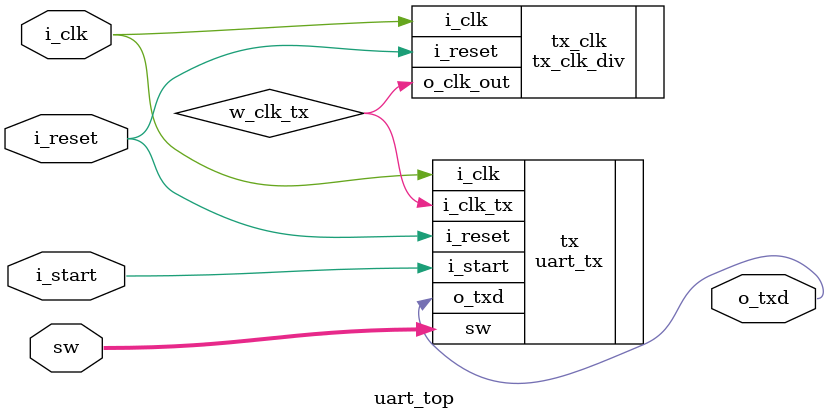
<source format=v>
module uart_top(
    input       i_clk,
    input       i_start,
    input       i_reset,
    input [7:0] sw,
    output      o_txd
);

wire            w_clk_tx;

uart_tx         tx(
    .i_clk(i_clk),
    .i_start(i_start),
    .i_reset(i_reset),
    .i_clk_tx(w_clk_tx),
    .sw(sw),
    .o_txd(o_txd)
);
tx_clk_div      tx_clk(
    .i_clk(i_clk),
    .i_reset(i_reset),
    .o_clk_out(w_clk_tx)
);

endmodule

</source>
